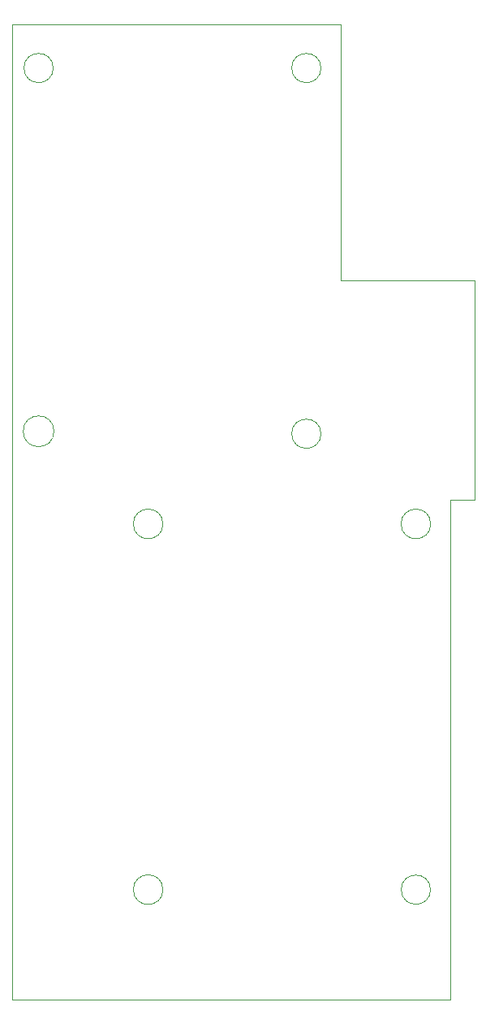
<source format=gbr>
%TF.GenerationSoftware,KiCad,Pcbnew,(5.1.10)-1*%
%TF.CreationDate,2021-09-08T13:12:46-04:00*%
%TF.ProjectId,Water_sensor,57617465-725f-4736-956e-736f722e6b69,rev?*%
%TF.SameCoordinates,Original*%
%TF.FileFunction,Profile,NP*%
%FSLAX46Y46*%
G04 Gerber Fmt 4.6, Leading zero omitted, Abs format (unit mm)*
G04 Created by KiCad (PCBNEW (5.1.10)-1) date 2021-09-08 13:12:46*
%MOMM*%
%LPD*%
G01*
G04 APERTURE LIST*
%TA.AperFunction,Profile*%
%ADD10C,0.050000*%
%TD*%
G04 APERTURE END LIST*
D10*
X122449022Y-156210000D02*
G75*
G03*
X122449022Y-156210000I-1545022J0D01*
G01*
X150368000Y-156210000D02*
G75*
G03*
X150368000Y-156210000I-1524000J0D01*
G01*
X122449022Y-118110000D02*
G75*
G03*
X122449022Y-118110000I-1545022J0D01*
G01*
X138938000Y-70612000D02*
G75*
G03*
X138938000Y-70612000I-1524000J0D01*
G01*
X110998000Y-70612000D02*
G75*
G03*
X110998000Y-70612000I-1524000J0D01*
G01*
X111080437Y-108458000D02*
G75*
G03*
X111080437Y-108458000I-1606437J0D01*
G01*
X138938000Y-108712000D02*
G75*
G03*
X138938000Y-108712000I-1524000J0D01*
G01*
X150389022Y-118110000D02*
G75*
G03*
X150389022Y-118110000I-1545022J0D01*
G01*
X154940000Y-92710000D02*
X140970000Y-92710000D01*
X106680000Y-66040000D02*
X106680000Y-66675000D01*
X140970000Y-66040000D02*
X106680000Y-66040000D01*
X154940000Y-115570000D02*
X154940000Y-92710000D01*
X140970000Y-92710000D02*
X140970000Y-66040000D01*
X152400000Y-167640000D02*
X152400000Y-159385000D01*
X135890000Y-167640000D02*
X152400000Y-167640000D01*
X106680000Y-167640000D02*
X106680000Y-163195000D01*
X121285000Y-167640000D02*
X106680000Y-167640000D01*
X106680000Y-112395000D02*
X106680000Y-163195000D01*
X106680000Y-66675000D02*
X106680000Y-112395000D01*
X152400000Y-115570000D02*
X154940000Y-115570000D01*
X152400000Y-159385000D02*
X152400000Y-115570000D01*
X121285000Y-167640000D02*
X135890000Y-167640000D01*
M02*

</source>
